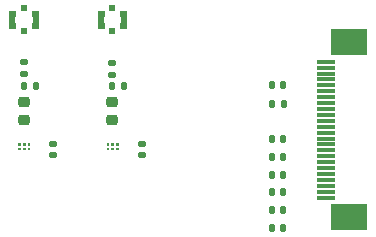
<source format=gbr>
%TF.GenerationSoftware,KiCad,Pcbnew,9.0.1+1*%
%TF.CreationDate,2025-05-28T20:00:13+08:00*%
%TF.ProjectId,audio_lab,61756469-6f5f-46c6-9162-2e6b69636164,rev?*%
%TF.SameCoordinates,Original*%
%TF.FileFunction,Paste,Top*%
%TF.FilePolarity,Positive*%
%FSLAX46Y46*%
G04 Gerber Fmt 4.6, Leading zero omitted, Abs format (unit mm)*
G04 Created by KiCad (PCBNEW 9.0.1+1) date 2025-05-28 20:00:13*
%MOMM*%
%LPD*%
G01*
G04 APERTURE LIST*
G04 Aperture macros list*
%AMRoundRect*
0 Rectangle with rounded corners*
0 $1 Rounding radius*
0 $2 $3 $4 $5 $6 $7 $8 $9 X,Y pos of 4 corners*
0 Add a 4 corners polygon primitive as box body*
4,1,4,$2,$3,$4,$5,$6,$7,$8,$9,$2,$3,0*
0 Add four circle primitives for the rounded corners*
1,1,$1+$1,$2,$3*
1,1,$1+$1,$4,$5*
1,1,$1+$1,$6,$7*
1,1,$1+$1,$8,$9*
0 Add four rect primitives between the rounded corners*
20,1,$1+$1,$2,$3,$4,$5,0*
20,1,$1+$1,$4,$5,$6,$7,0*
20,1,$1+$1,$6,$7,$8,$9,0*
20,1,$1+$1,$8,$9,$2,$3,0*%
%AMFreePoly0*
4,1,21,0.330354,0.790354,0.330500,0.790000,0.330500,0.270000,0.330354,0.269646,0.250500,0.189792,0.250500,-0.189792,0.330354,-0.269646,0.330500,-0.270000,0.330500,-0.790000,0.330354,-0.790354,0.330000,-0.790500,0.250000,-0.790500,0.249646,-0.790354,0.249500,-0.790000,-0.250000,-0.790000,-0.250000,0.790000,0.249500,0.790000,0.249646,0.790354,0.250000,0.790500,0.330000,0.790500,
0.330354,0.790354,0.330354,0.790354,$1*%
%AMFreePoly1*
4,1,21,-0.249646,0.790354,-0.249500,0.790000,0.250000,0.790000,0.250000,-0.790000,-0.249500,-0.790000,-0.249646,-0.790354,-0.250000,-0.790500,-0.330000,-0.790500,-0.330354,-0.790354,-0.330500,-0.790000,-0.330500,-0.270000,-0.330354,-0.269646,-0.250500,-0.189792,-0.250500,0.189792,-0.330354,0.269646,-0.330500,0.270000,-0.330500,0.790000,-0.330354,0.790354,-0.330000,0.790500,-0.250000,0.790500,
-0.249646,0.790354,-0.249646,0.790354,$1*%
G04 Aperture macros list end*
%ADD10C,0.100000*%
%ADD11RoundRect,0.135000X0.135000X0.185000X-0.135000X0.185000X-0.135000X-0.185000X0.135000X-0.185000X0*%
%ADD12RoundRect,0.140000X0.140000X0.170000X-0.140000X0.170000X-0.140000X-0.170000X0.140000X-0.170000X0*%
%ADD13RoundRect,0.135000X-0.185000X0.135000X-0.185000X-0.135000X0.185000X-0.135000X0.185000X0.135000X0*%
%ADD14RoundRect,0.140000X0.170000X-0.140000X0.170000X0.140000X-0.170000X0.140000X-0.170000X-0.140000X0*%
%ADD15RoundRect,0.135000X-0.135000X-0.185000X0.135000X-0.185000X0.135000X0.185000X-0.135000X0.185000X0*%
%ADD16RoundRect,0.225000X-0.250000X0.225000X-0.250000X-0.225000X0.250000X-0.225000X0.250000X0.225000X0*%
%ADD17R,0.600000X0.550000*%
%ADD18FreePoly0,0.000000*%
%ADD19R,0.500000X0.500000*%
%ADD20FreePoly1,0.000000*%
%ADD21RoundRect,0.140000X-0.140000X-0.170000X0.140000X-0.170000X0.140000X0.170000X-0.140000X0.170000X0*%
%ADD22R,1.600000X0.300000*%
%ADD23R,3.100000X2.300000*%
G04 APERTURE END LIST*
%TO.C,U3*%
D10*
X73925000Y-56975000D02*
X74075000Y-56975000D01*
X74075000Y-56825000D01*
X73925000Y-56825000D01*
X73925000Y-56975000D01*
G36*
X73925000Y-56975000D02*
G01*
X74075000Y-56975000D01*
X74075000Y-56825000D01*
X73925000Y-56825000D01*
X73925000Y-56975000D01*
G37*
X73925000Y-57375000D02*
X74075000Y-57375000D01*
X74075000Y-57225000D01*
X73925000Y-57225000D01*
X73925000Y-57375000D01*
G36*
X73925000Y-57375000D02*
G01*
X74075000Y-57375000D01*
X74075000Y-57225000D01*
X73925000Y-57225000D01*
X73925000Y-57375000D01*
G37*
X74325000Y-56975000D02*
X74475000Y-56975000D01*
X74475000Y-56825000D01*
X74325000Y-56825000D01*
X74325000Y-56975000D01*
G36*
X74325000Y-56975000D02*
G01*
X74475000Y-56975000D01*
X74475000Y-56825000D01*
X74325000Y-56825000D01*
X74325000Y-56975000D01*
G37*
X74325000Y-57375000D02*
X74475000Y-57375000D01*
X74475000Y-57225000D01*
X74325000Y-57225000D01*
X74325000Y-57375000D01*
G36*
X74325000Y-57375000D02*
G01*
X74475000Y-57375000D01*
X74475000Y-57225000D01*
X74325000Y-57225000D01*
X74325000Y-57375000D01*
G37*
X74725000Y-56975000D02*
X74875000Y-56975000D01*
X74875000Y-56825000D01*
X74725000Y-56825000D01*
X74725000Y-56975000D01*
G36*
X74725000Y-56975000D02*
G01*
X74875000Y-56975000D01*
X74875000Y-56825000D01*
X74725000Y-56825000D01*
X74725000Y-56975000D01*
G37*
X74725000Y-57375000D02*
X74875000Y-57375000D01*
X74875000Y-57225000D01*
X74725000Y-57225000D01*
X74725000Y-57375000D01*
G36*
X74725000Y-57375000D02*
G01*
X74875000Y-57375000D01*
X74875000Y-57225000D01*
X74725000Y-57225000D01*
X74725000Y-57375000D01*
G37*
%TO.C,U4*%
X81425000Y-56975000D02*
X81575000Y-56975000D01*
X81575000Y-56825000D01*
X81425000Y-56825000D01*
X81425000Y-56975000D01*
G36*
X81425000Y-56975000D02*
G01*
X81575000Y-56975000D01*
X81575000Y-56825000D01*
X81425000Y-56825000D01*
X81425000Y-56975000D01*
G37*
X81425000Y-57375000D02*
X81575000Y-57375000D01*
X81575000Y-57225000D01*
X81425000Y-57225000D01*
X81425000Y-57375000D01*
G36*
X81425000Y-57375000D02*
G01*
X81575000Y-57375000D01*
X81575000Y-57225000D01*
X81425000Y-57225000D01*
X81425000Y-57375000D01*
G37*
X81825000Y-56975000D02*
X81975000Y-56975000D01*
X81975000Y-56825000D01*
X81825000Y-56825000D01*
X81825000Y-56975000D01*
G36*
X81825000Y-56975000D02*
G01*
X81975000Y-56975000D01*
X81975000Y-56825000D01*
X81825000Y-56825000D01*
X81825000Y-56975000D01*
G37*
X81825000Y-57375000D02*
X81975000Y-57375000D01*
X81975000Y-57225000D01*
X81825000Y-57225000D01*
X81825000Y-57375000D01*
G36*
X81825000Y-57375000D02*
G01*
X81975000Y-57375000D01*
X81975000Y-57225000D01*
X81825000Y-57225000D01*
X81825000Y-57375000D01*
G37*
X82225000Y-56975000D02*
X82375000Y-56975000D01*
X82375000Y-56825000D01*
X82225000Y-56825000D01*
X82225000Y-56975000D01*
G36*
X82225000Y-56975000D02*
G01*
X82375000Y-56975000D01*
X82375000Y-56825000D01*
X82225000Y-56825000D01*
X82225000Y-56975000D01*
G37*
X82225000Y-57375000D02*
X82375000Y-57375000D01*
X82375000Y-57225000D01*
X82225000Y-57225000D01*
X82225000Y-57375000D01*
G36*
X82225000Y-57375000D02*
G01*
X82375000Y-57375000D01*
X82375000Y-57225000D01*
X82225000Y-57225000D01*
X82225000Y-57375000D01*
G37*
%TD*%
D11*
%TO.C,R1*%
X96410000Y-53500000D03*
X95390000Y-53500000D03*
%TD*%
D12*
%TO.C,C4*%
X96370000Y-59500000D03*
X95410000Y-59500000D03*
%TD*%
D13*
%TO.C,R6*%
X74400000Y-50000000D03*
X74400000Y-51020000D03*
%TD*%
D12*
%TO.C,C3*%
X96370000Y-61000000D03*
X95410000Y-61000000D03*
%TD*%
D14*
%TO.C,C9*%
X84410000Y-57860000D03*
X84410000Y-56900000D03*
%TD*%
D15*
%TO.C,RV2*%
X81900000Y-52020000D03*
X82920000Y-52020000D03*
%TD*%
D16*
%TO.C,C10*%
X74400000Y-53325000D03*
X74400000Y-54875000D03*
%TD*%
D12*
%TO.C,C2*%
X96370000Y-62500000D03*
X95410000Y-62500000D03*
%TD*%
D17*
%TO.C,J4*%
X81900000Y-47375000D03*
D18*
X80900000Y-46400000D03*
D19*
X81900000Y-45400000D03*
D20*
X82900000Y-46400000D03*
%TD*%
D12*
%TO.C,C6*%
X96370000Y-58000000D03*
X95410000Y-58000000D03*
%TD*%
D14*
%TO.C,C8*%
X76910000Y-57860000D03*
X76910000Y-56900000D03*
%TD*%
D21*
%TO.C,C7*%
X95410000Y-56500000D03*
X96370000Y-56500000D03*
%TD*%
D16*
%TO.C,C11*%
X81900000Y-53325000D03*
X81900000Y-54875000D03*
%TD*%
D22*
%TO.C,J1*%
X100000000Y-61450000D03*
X100000000Y-60950000D03*
X100000000Y-60450000D03*
X100000000Y-59950000D03*
X100000000Y-59450000D03*
X100000000Y-58950000D03*
X100000000Y-58450000D03*
X100000000Y-57950000D03*
X100000000Y-57450000D03*
X100000000Y-56950000D03*
X100000000Y-56450000D03*
X100000000Y-55950000D03*
X100000000Y-55450000D03*
X100000000Y-54950000D03*
X100000000Y-54450000D03*
X100000000Y-53950000D03*
X100000000Y-53450000D03*
X100000000Y-52950000D03*
X100000000Y-52450000D03*
X100000000Y-51950000D03*
X100000000Y-51450000D03*
X100000000Y-50950000D03*
X100000000Y-50450000D03*
X100000000Y-49950000D03*
D23*
X101950000Y-63120000D03*
X101950000Y-48280000D03*
%TD*%
D15*
%TO.C,RV1*%
X74400000Y-52020000D03*
X75420000Y-52020000D03*
%TD*%
D12*
%TO.C,C1*%
X96370000Y-64000000D03*
X95410000Y-64000000D03*
%TD*%
%TO.C,C5*%
X96370000Y-51950000D03*
X95410000Y-51950000D03*
%TD*%
D17*
%TO.C,J3*%
X74400000Y-47375000D03*
D18*
X73400000Y-46400000D03*
D19*
X74400000Y-45400000D03*
D20*
X75400000Y-46400000D03*
%TD*%
D13*
%TO.C,R7*%
X81900000Y-50020000D03*
X81900000Y-51040000D03*
%TD*%
M02*

</source>
